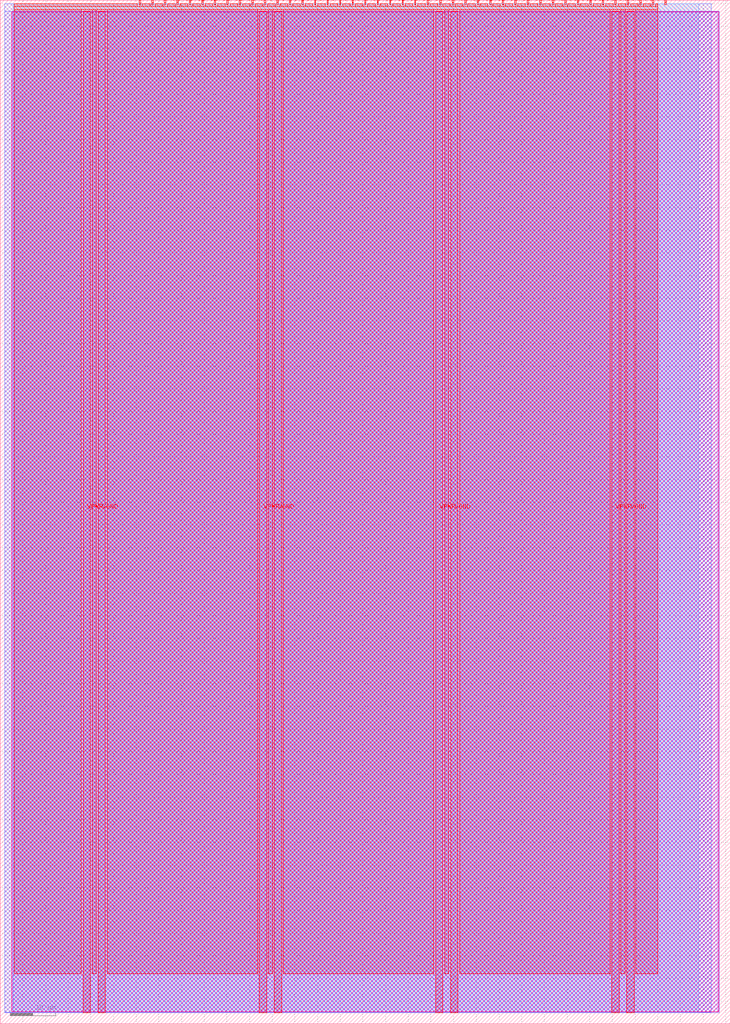
<source format=lef>
VERSION 5.7 ;
  NOWIREEXTENSIONATPIN ON ;
  DIVIDERCHAR "/" ;
  BUSBITCHARS "[]" ;
MACRO tt_um_tinytapeout_logo_screensaver
  CLASS BLOCK ;
  FOREIGN tt_um_tinytapeout_logo_screensaver ;
  ORIGIN 0.000 0.000 ;
  SIZE 161.000 BY 225.760 ;
  PIN VGND
    DIRECTION INOUT ;
    USE GROUND ;
    PORT
      LAYER met4 ;
        RECT 21.580 2.480 23.180 223.280 ;
    END
    PORT
      LAYER met4 ;
        RECT 60.450 2.480 62.050 223.280 ;
    END
    PORT
      LAYER met4 ;
        RECT 99.320 2.480 100.920 223.280 ;
    END
    PORT
      LAYER met4 ;
        RECT 138.190 2.480 139.790 223.280 ;
    END
  END VGND
  PIN VPWR
    DIRECTION INOUT ;
    USE POWER ;
    PORT
      LAYER met4 ;
        RECT 18.280 2.480 19.880 223.280 ;
    END
    PORT
      LAYER met4 ;
        RECT 57.150 2.480 58.750 223.280 ;
    END
    PORT
      LAYER met4 ;
        RECT 96.020 2.480 97.620 223.280 ;
    END
    PORT
      LAYER met4 ;
        RECT 134.890 2.480 136.490 223.280 ;
    END
  END VPWR
  PIN clk
    DIRECTION INPUT ;
    USE SIGNAL ;
    ANTENNAGATEAREA 0.852000 ;
    PORT
      LAYER met4 ;
        RECT 143.830 224.760 144.130 225.760 ;
    END
  END clk
  PIN ena
    DIRECTION INPUT ;
    USE SIGNAL ;
    PORT
      LAYER met4 ;
        RECT 146.590 224.760 146.890 225.760 ;
    END
  END ena
  PIN rst_n
    DIRECTION INPUT ;
    USE SIGNAL ;
    ANTENNAGATEAREA 0.196500 ;
    PORT
      LAYER met4 ;
        RECT 141.070 224.760 141.370 225.760 ;
    END
  END rst_n
  PIN ui_in[0]
    DIRECTION INPUT ;
    USE SIGNAL ;
    ANTENNAGATEAREA 0.126000 ;
    PORT
      LAYER met4 ;
        RECT 138.310 224.760 138.610 225.760 ;
    END
  END ui_in[0]
  PIN ui_in[1]
    DIRECTION INPUT ;
    USE SIGNAL ;
    ANTENNAGATEAREA 0.126000 ;
    PORT
      LAYER met4 ;
        RECT 135.550 224.760 135.850 225.760 ;
    END
  END ui_in[1]
  PIN ui_in[2]
    DIRECTION INPUT ;
    USE SIGNAL ;
    PORT
      LAYER met4 ;
        RECT 132.790 224.760 133.090 225.760 ;
    END
  END ui_in[2]
  PIN ui_in[3]
    DIRECTION INPUT ;
    USE SIGNAL ;
    PORT
      LAYER met4 ;
        RECT 130.030 224.760 130.330 225.760 ;
    END
  END ui_in[3]
  PIN ui_in[4]
    DIRECTION INPUT ;
    USE SIGNAL ;
    ANTENNAGATEAREA 0.196500 ;
    PORT
      LAYER met4 ;
        RECT 127.270 224.760 127.570 225.760 ;
    END
  END ui_in[4]
  PIN ui_in[5]
    DIRECTION INPUT ;
    USE SIGNAL ;
    ANTENNAGATEAREA 0.196500 ;
    PORT
      LAYER met4 ;
        RECT 124.510 224.760 124.810 225.760 ;
    END
  END ui_in[5]
  PIN ui_in[6]
    DIRECTION INPUT ;
    USE SIGNAL ;
    ANTENNAGATEAREA 0.196500 ;
    PORT
      LAYER met4 ;
        RECT 121.750 224.760 122.050 225.760 ;
    END
  END ui_in[6]
  PIN ui_in[7]
    DIRECTION INPUT ;
    USE SIGNAL ;
    PORT
      LAYER met4 ;
        RECT 118.990 224.760 119.290 225.760 ;
    END
  END ui_in[7]
  PIN uio_in[0]
    DIRECTION INPUT ;
    USE SIGNAL ;
    PORT
      LAYER met4 ;
        RECT 116.230 224.760 116.530 225.760 ;
    END
  END uio_in[0]
  PIN uio_in[1]
    DIRECTION INPUT ;
    USE SIGNAL ;
    PORT
      LAYER met4 ;
        RECT 113.470 224.760 113.770 225.760 ;
    END
  END uio_in[1]
  PIN uio_in[2]
    DIRECTION INPUT ;
    USE SIGNAL ;
    PORT
      LAYER met4 ;
        RECT 110.710 224.760 111.010 225.760 ;
    END
  END uio_in[2]
  PIN uio_in[3]
    DIRECTION INPUT ;
    USE SIGNAL ;
    PORT
      LAYER met4 ;
        RECT 107.950 224.760 108.250 225.760 ;
    END
  END uio_in[3]
  PIN uio_in[4]
    DIRECTION INPUT ;
    USE SIGNAL ;
    PORT
      LAYER met4 ;
        RECT 105.190 224.760 105.490 225.760 ;
    END
  END uio_in[4]
  PIN uio_in[5]
    DIRECTION INPUT ;
    USE SIGNAL ;
    PORT
      LAYER met4 ;
        RECT 102.430 224.760 102.730 225.760 ;
    END
  END uio_in[5]
  PIN uio_in[6]
    DIRECTION INPUT ;
    USE SIGNAL ;
    PORT
      LAYER met4 ;
        RECT 99.670 224.760 99.970 225.760 ;
    END
  END uio_in[6]
  PIN uio_in[7]
    DIRECTION INPUT ;
    USE SIGNAL ;
    PORT
      LAYER met4 ;
        RECT 96.910 224.760 97.210 225.760 ;
    END
  END uio_in[7]
  PIN uio_oe[0]
    DIRECTION OUTPUT ;
    USE SIGNAL ;
    PORT
      LAYER met4 ;
        RECT 49.990 224.760 50.290 225.760 ;
    END
  END uio_oe[0]
  PIN uio_oe[1]
    DIRECTION OUTPUT ;
    USE SIGNAL ;
    PORT
      LAYER met4 ;
        RECT 47.230 224.760 47.530 225.760 ;
    END
  END uio_oe[1]
  PIN uio_oe[2]
    DIRECTION OUTPUT ;
    USE SIGNAL ;
    PORT
      LAYER met4 ;
        RECT 44.470 224.760 44.770 225.760 ;
    END
  END uio_oe[2]
  PIN uio_oe[3]
    DIRECTION OUTPUT ;
    USE SIGNAL ;
    PORT
      LAYER met4 ;
        RECT 41.710 224.760 42.010 225.760 ;
    END
  END uio_oe[3]
  PIN uio_oe[4]
    DIRECTION OUTPUT ;
    USE SIGNAL ;
    PORT
      LAYER met4 ;
        RECT 38.950 224.760 39.250 225.760 ;
    END
  END uio_oe[4]
  PIN uio_oe[5]
    DIRECTION OUTPUT ;
    USE SIGNAL ;
    PORT
      LAYER met4 ;
        RECT 36.190 224.760 36.490 225.760 ;
    END
  END uio_oe[5]
  PIN uio_oe[6]
    DIRECTION OUTPUT ;
    USE SIGNAL ;
    PORT
      LAYER met4 ;
        RECT 33.430 224.760 33.730 225.760 ;
    END
  END uio_oe[6]
  PIN uio_oe[7]
    DIRECTION OUTPUT ;
    USE SIGNAL ;
    PORT
      LAYER met4 ;
        RECT 30.670 224.760 30.970 225.760 ;
    END
  END uio_oe[7]
  PIN uio_out[0]
    DIRECTION OUTPUT ;
    USE SIGNAL ;
    PORT
      LAYER met4 ;
        RECT 72.070 224.760 72.370 225.760 ;
    END
  END uio_out[0]
  PIN uio_out[1]
    DIRECTION OUTPUT ;
    USE SIGNAL ;
    PORT
      LAYER met4 ;
        RECT 69.310 224.760 69.610 225.760 ;
    END
  END uio_out[1]
  PIN uio_out[2]
    DIRECTION OUTPUT ;
    USE SIGNAL ;
    PORT
      LAYER met4 ;
        RECT 66.550 224.760 66.850 225.760 ;
    END
  END uio_out[2]
  PIN uio_out[3]
    DIRECTION OUTPUT ;
    USE SIGNAL ;
    PORT
      LAYER met4 ;
        RECT 63.790 224.760 64.090 225.760 ;
    END
  END uio_out[3]
  PIN uio_out[4]
    DIRECTION OUTPUT ;
    USE SIGNAL ;
    PORT
      LAYER met4 ;
        RECT 61.030 224.760 61.330 225.760 ;
    END
  END uio_out[4]
  PIN uio_out[5]
    DIRECTION OUTPUT ;
    USE SIGNAL ;
    PORT
      LAYER met4 ;
        RECT 58.270 224.760 58.570 225.760 ;
    END
  END uio_out[5]
  PIN uio_out[6]
    DIRECTION OUTPUT ;
    USE SIGNAL ;
    PORT
      LAYER met4 ;
        RECT 55.510 224.760 55.810 225.760 ;
    END
  END uio_out[6]
  PIN uio_out[7]
    DIRECTION OUTPUT ;
    USE SIGNAL ;
    PORT
      LAYER met4 ;
        RECT 52.750 224.760 53.050 225.760 ;
    END
  END uio_out[7]
  PIN uo_out[0]
    DIRECTION OUTPUT ;
    USE SIGNAL ;
    ANTENNADIFFAREA 0.445500 ;
    PORT
      LAYER met4 ;
        RECT 94.150 224.760 94.450 225.760 ;
    END
  END uo_out[0]
  PIN uo_out[1]
    DIRECTION OUTPUT ;
    USE SIGNAL ;
    ANTENNADIFFAREA 0.445500 ;
    PORT
      LAYER met4 ;
        RECT 91.390 224.760 91.690 225.760 ;
    END
  END uo_out[1]
  PIN uo_out[2]
    DIRECTION OUTPUT ;
    USE SIGNAL ;
    ANTENNADIFFAREA 0.445500 ;
    PORT
      LAYER met4 ;
        RECT 88.630 224.760 88.930 225.760 ;
    END
  END uo_out[2]
  PIN uo_out[3]
    DIRECTION OUTPUT ;
    USE SIGNAL ;
    ANTENNADIFFAREA 0.445500 ;
    PORT
      LAYER met4 ;
        RECT 85.870 224.760 86.170 225.760 ;
    END
  END uo_out[3]
  PIN uo_out[4]
    DIRECTION OUTPUT ;
    USE SIGNAL ;
    ANTENNADIFFAREA 0.445500 ;
    PORT
      LAYER met4 ;
        RECT 83.110 224.760 83.410 225.760 ;
    END
  END uo_out[4]
  PIN uo_out[5]
    DIRECTION OUTPUT ;
    USE SIGNAL ;
    ANTENNADIFFAREA 0.445500 ;
    PORT
      LAYER met4 ;
        RECT 80.350 224.760 80.650 225.760 ;
    END
  END uo_out[5]
  PIN uo_out[6]
    DIRECTION OUTPUT ;
    USE SIGNAL ;
    ANTENNADIFFAREA 0.445500 ;
    PORT
      LAYER met4 ;
        RECT 77.590 224.760 77.890 225.760 ;
    END
  END uo_out[6]
  PIN uo_out[7]
    DIRECTION OUTPUT ;
    USE SIGNAL ;
    ANTENNADIFFAREA 0.445500 ;
    PORT
      LAYER met4 ;
        RECT 74.830 224.760 75.130 225.760 ;
    END
  END uo_out[7]
  OBS
      LAYER nwell ;
        RECT 2.570 2.635 158.430 223.230 ;
      LAYER li1 ;
        RECT 2.760 2.635 158.240 223.125 ;
      LAYER met1 ;
        RECT 0.990 2.480 158.540 223.280 ;
      LAYER met2 ;
        RECT 1.020 2.535 156.760 224.925 ;
      LAYER met3 ;
        RECT 2.825 2.555 154.035 224.905 ;
      LAYER met4 ;
        RECT 3.055 224.360 30.270 224.905 ;
        RECT 31.370 224.360 33.030 224.905 ;
        RECT 34.130 224.360 35.790 224.905 ;
        RECT 36.890 224.360 38.550 224.905 ;
        RECT 39.650 224.360 41.310 224.905 ;
        RECT 42.410 224.360 44.070 224.905 ;
        RECT 45.170 224.360 46.830 224.905 ;
        RECT 47.930 224.360 49.590 224.905 ;
        RECT 50.690 224.360 52.350 224.905 ;
        RECT 53.450 224.360 55.110 224.905 ;
        RECT 56.210 224.360 57.870 224.905 ;
        RECT 58.970 224.360 60.630 224.905 ;
        RECT 61.730 224.360 63.390 224.905 ;
        RECT 64.490 224.360 66.150 224.905 ;
        RECT 67.250 224.360 68.910 224.905 ;
        RECT 70.010 224.360 71.670 224.905 ;
        RECT 72.770 224.360 74.430 224.905 ;
        RECT 75.530 224.360 77.190 224.905 ;
        RECT 78.290 224.360 79.950 224.905 ;
        RECT 81.050 224.360 82.710 224.905 ;
        RECT 83.810 224.360 85.470 224.905 ;
        RECT 86.570 224.360 88.230 224.905 ;
        RECT 89.330 224.360 90.990 224.905 ;
        RECT 92.090 224.360 93.750 224.905 ;
        RECT 94.850 224.360 96.510 224.905 ;
        RECT 97.610 224.360 99.270 224.905 ;
        RECT 100.370 224.360 102.030 224.905 ;
        RECT 103.130 224.360 104.790 224.905 ;
        RECT 105.890 224.360 107.550 224.905 ;
        RECT 108.650 224.360 110.310 224.905 ;
        RECT 111.410 224.360 113.070 224.905 ;
        RECT 114.170 224.360 115.830 224.905 ;
        RECT 116.930 224.360 118.590 224.905 ;
        RECT 119.690 224.360 121.350 224.905 ;
        RECT 122.450 224.360 124.110 224.905 ;
        RECT 125.210 224.360 126.870 224.905 ;
        RECT 127.970 224.360 129.630 224.905 ;
        RECT 130.730 224.360 132.390 224.905 ;
        RECT 133.490 224.360 135.150 224.905 ;
        RECT 136.250 224.360 137.910 224.905 ;
        RECT 139.010 224.360 140.670 224.905 ;
        RECT 141.770 224.360 143.430 224.905 ;
        RECT 144.530 224.360 145.065 224.905 ;
        RECT 3.055 223.680 145.065 224.360 ;
        RECT 3.055 11.055 17.880 223.680 ;
        RECT 20.280 11.055 21.180 223.680 ;
        RECT 23.580 11.055 56.750 223.680 ;
        RECT 59.150 11.055 60.050 223.680 ;
        RECT 62.450 11.055 95.620 223.680 ;
        RECT 98.020 11.055 98.920 223.680 ;
        RECT 101.320 11.055 134.490 223.680 ;
        RECT 136.890 11.055 137.790 223.680 ;
        RECT 140.190 11.055 145.065 223.680 ;
  END
END tt_um_tinytapeout_logo_screensaver
END LIBRARY


</source>
